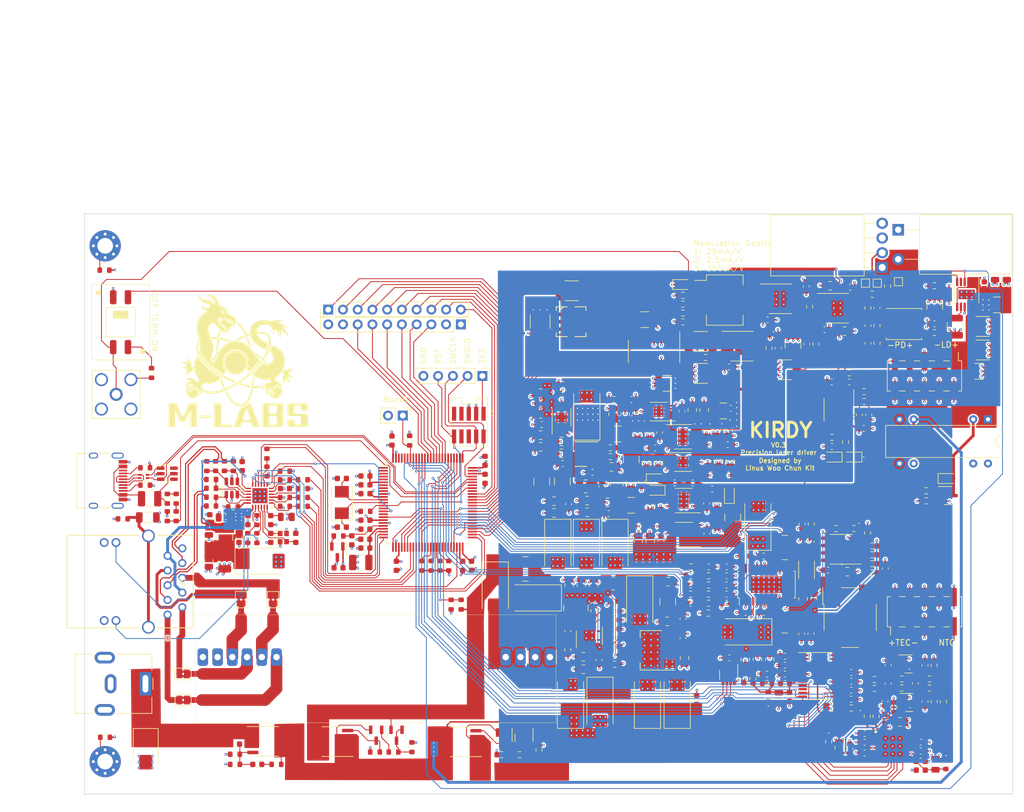
<source format=kicad_pcb>
(kicad_pcb (version 20221018) (generator pcbnew)

  (general
    (thickness 1.6)
  )

  (paper "A4")
  (layers
    (0 "F.Cu" jumper)
    (1 "In1.Cu" signal)
    (2 "In2.Cu" signal)
    (31 "B.Cu" signal)
    (32 "B.Adhes" user "B.Adhesive")
    (33 "F.Adhes" user "F.Adhesive")
    (34 "B.Paste" user)
    (35 "F.Paste" user)
    (36 "B.SilkS" user "B.Silkscreen")
    (37 "F.SilkS" user "F.Silkscreen")
    (38 "B.Mask" user)
    (39 "F.Mask" user)
    (40 "Dwgs.User" user "User.Drawings")
    (41 "Cmts.User" user "User.Comments")
    (42 "Eco1.User" user "User.Eco1")
    (43 "Eco2.User" user "User.Eco2")
    (44 "Edge.Cuts" user)
    (45 "Margin" user)
    (46 "B.CrtYd" user "B.Courtyard")
    (47 "F.CrtYd" user "F.Courtyard")
    (48 "B.Fab" user)
    (49 "F.Fab" user)
    (50 "User.1" user)
    (51 "User.2" user)
    (52 "User.3" user)
    (53 "User.4" user)
    (54 "User.5" user)
    (55 "User.6" user)
    (56 "User.7" user)
    (57 "User.8" user)
    (58 "User.9" user)
  )

  (setup
    (stackup
      (layer "F.SilkS" (type "Top Silk Screen"))
      (layer "F.Paste" (type "Top Solder Paste"))
      (layer "F.Mask" (type "Top Solder Mask") (thickness 0.01))
      (layer "F.Cu" (type "copper") (thickness 0.035))
      (layer "dielectric 1" (type "core") (thickness 0.48) (material "FR4") (epsilon_r 4.5) (loss_tangent 0.02))
      (layer "In1.Cu" (type "copper") (thickness 0.035))
      (layer "dielectric 2" (type "prepreg") (thickness 0.48) (material "FR4") (epsilon_r 4.5) (loss_tangent 0.02))
      (layer "In2.Cu" (type "copper") (thickness 0.035))
      (layer "dielectric 3" (type "core") (thickness 0.48) (material "FR4") (epsilon_r 4.5) (loss_tangent 0.02))
      (layer "B.Cu" (type "copper") (thickness 0.035))
      (layer "B.Mask" (type "Bottom Solder Mask") (thickness 0.01))
      (layer "B.Paste" (type "Bottom Solder Paste"))
      (layer "B.SilkS" (type "Bottom Silk Screen"))
      (copper_finish "ENIG")
      (dielectric_constraints no)
    )
    (pad_to_mask_clearance 0)
    (pcbplotparams
      (layerselection 0x00010fc_ffffffff)
      (plot_on_all_layers_selection 0x0000000_00000000)
      (disableapertmacros false)
      (usegerberextensions true)
      (usegerberattributes false)
      (usegerberadvancedattributes false)
      (creategerberjobfile true)
      (dashed_line_dash_ratio 12.000000)
      (dashed_line_gap_ratio 3.000000)
      (svgprecision 6)
      (plotframeref false)
      (viasonmask false)
      (mode 1)
      (useauxorigin false)
      (hpglpennumber 1)
      (hpglpenspeed 20)
      (hpglpendiameter 15.000000)
      (dxfpolygonmode true)
      (dxfimperialunits true)
      (dxfusepcbnewfont true)
      (psnegative false)
      (psa4output false)
      (plotreference false)
      (plotvalue false)
      (plotinvisibletext false)
      (sketchpadsonfab false)
      (subtractmaskfromsilk true)
      (outputformat 1)
      (mirror false)
      (drillshape 0)
      (scaleselection 1)
      (outputdirectory "gerbers")
    )
  )

  (net 0 "")
  (net 1 "+5VA")
  (net 2 "GND")
  (net 3 "Net-(U1-VOUT_F)")
  (net 4 "Net-(U4--)")
  (net 5 "Net-(U2-OUT)")
  (net 6 "Net-(U4-+)")
  (net 7 "+9VA")
  (net 8 "-6V")
  (net 9 "+15V")
  (net 10 "Net-(U6-+)")
  (net 11 "Net-(C13-Pad2)")
  (net 12 "/MCU/PD_MON")
  (net 13 "Net-(C18-Pad2)")
  (net 14 "Net-(C18-Pad1)")
  (net 15 "Net-(U5B-+)")
  (net 16 "+3V3")
  (net 17 "Net-(U6--)")
  (net 18 "Net-(Q2-G)")
  (net 19 "/MCU/VREF")
  (net 20 "+12V")
  (net 21 "Net-(C25-Pad2)")
  (net 22 "Net-(C26-Pad2)")
  (net 23 "Net-(C26-Pad1)")
  (net 24 "Net-(C27-Pad1)")
  (net 25 "/driveStage/PD_C")
  (net 26 "Net-(C28-Pad1)")
  (net 27 "-9V")
  (net 28 "IN")
  (net 29 "Net-(U8-VCAP_1)")
  (net 30 "Net-(U8-VCAP_2)")
  (net 31 "Net-(C52-Pad1)")
  (net 32 "Net-(U8-PH0)")
  (net 33 "Net-(U8-PH1)")
  (net 34 "/MCU/VDDA")
  (net 35 "Net-(D6-K)")
  (net 36 "Net-(D5-A)")
  (net 37 "Net-(U9-C+)")
  (net 38 "Net-(D5-K)")
  (net 39 "Net-(C57-Pad1)")
  (net 40 "+9V")
  (net 41 "+8V")
  (net 42 "+3.3VA")
  (net 43 "/thermostat/DAC_REF")
  (net 44 "Net-(U9-C-)")
  (net 45 "Net-(D7-A)")
  (net 46 "Net-(U16-PGFB)")
  (net 47 "/thermostat/MAXV")
  (net 48 "/thermostat/MAXIP")
  (net 49 "/thermostat/MAXIN")
  (net 50 "Net-(U11-EN{slash}UV)")
  (net 51 "Net-(U12-EN{slash}UV)")
  (net 52 "Net-(U13-EN{slash}UV)")
  (net 53 "/MCU/TEC_ISEN")
  (net 54 "Net-(U15-EN{slash}UV)")
  (net 55 "/MCU/TEC_VREF")
  (net 56 "Net-(U14-EN{slash}UV)")
  (net 57 "Net-(U11-SET)")
  (net 58 "Net-(U16-SET)")
  (net 59 "+5V")
  (net 60 "Net-(U12-SET)")
  (net 61 "Net-(U13-SET)")
  (net 62 "Net-(U14-SET)")
  (net 63 "Net-(U15-SET)")
  (net 64 "Net-(U19-REGCAPD)")
  (net 65 "Net-(U18-REGCAPD)")
  (net 66 "Net-(U21-CTLI)")
  (net 67 "Net-(U18-REFOUT)")
  (net 68 "Net-(U18-REGCAPA)")
  (net 69 "Net-(U19-REGCAPA)")
  (net 70 "Net-(U21-COMP)")
  (net 71 "Net-(U21-CS)")
  (net 72 "Net-(U21-OS2)")
  (net 73 "/Ehternet/AVDDT_PHY")
  (net 74 "/Ehternet/ETH_SHIELD")
  (net 75 "Net-(U23-VIN)")
  (net 76 "Net-(U23-SS{slash}TR)")
  (net 77 "/MCU/RST")
  (net 78 "Net-(FB12-Pad1)")
  (net 79 "/thermostat/TEC+")
  (net 80 "/thermostat/TEC-")
  (net 81 "Net-(U23-BOOT)")
  (net 82 "/MCU/USB_DP")
  (net 83 "/MCU/USB_DN")
  (net 84 "/MCU/SWDIO")
  (net 85 "/MCU/SWCLK")
  (net 86 "Net-(U23-COMP)")
  (net 87 "Net-(Q3-E)")
  (net 88 "Net-(D10-A1)")
  (net 89 "Net-(Q4-G)")
  (net 90 "Net-(U24-VI)")
  (net 91 "Net-(U26-XTAL2)")
  (net 92 "Net-(U26-XTAL1)")
  (net 93 "Net-(U26-VDDCR)")
  (net 94 "Net-(D1-A2)")
  (net 95 "/driveStage/LD-")
  (net 96 "/thermostat/NTC+")
  (net 97 "/thermostat/NTC-")
  (net 98 "Net-(D4-A)")
  (net 99 "Net-(U27-VBUS)")
  (net 100 "Net-(L3-Pad1)")
  (net 101 "Net-(U21-OS1)")
  (net 102 "Net-(FL2-Pad4)")
  (net 103 "Net-(FL2-Pad1)")
  (net 104 "Net-(J4-Pin_8)")
  (net 105 "Net-(J4-Pin_7)")
  (net 106 "Net-(J4-Pin_6)")
  (net 107 "Net-(J4-Pin_5)")
  (net 108 "Net-(J4-Pin_4)")
  (net 109 "Net-(J4-Pin_3)")
  (net 110 "Net-(J5-Pin_10)")
  (net 111 "Net-(J5-Pin_9)")
  (net 112 "Net-(J5-Pin_8)")
  (net 113 "Net-(J5-Pin_7)")
  (net 114 "Net-(J5-Pin_6)")
  (net 115 "Net-(J5-Pin_5)")
  (net 116 "Net-(J5-Pin_4)")
  (net 117 "Net-(J5-Pin_3)")
  (net 118 "Net-(J5-Pin_2)")
  (net 119 "Net-(J5-Pin_1)")
  (net 120 "unconnected-(J6-Pin_6-Pad6)")
  (net 121 "/MCU/PWM_MAXV")
  (net 122 "/MCU/PWM_MAXIP")
  (net 123 "/MCU/PWM_MAXIN")
  (net 124 "unconnected-(J6-Pin_7-Pad7)")
  (net 125 "unconnected-(J6-Pin_8-Pad8)")
  (net 126 "unconnected-(J6-Pin_9-Pad9)")
  (net 127 "/MCU/TEC_VSEN")
  (net 128 "/Ehternet/POE_VC2-")
  (net 129 "/Ehternet/POE_VC1-")
  (net 130 "/MCU/POE_PWR_SRC")
  (net 131 "/Ehternet/RMII_RXD0")
  (net 132 "/Ehternet/POE_VC2+")
  (net 133 "/Ehternet/RMII_RXD1")
  (net 134 "/Ehternet/POE_VC1+")
  (net 135 "/Ehternet/RMII_CRS_DV")
  (net 136 "/Ehternet/RMII_REF_CLK")
  (net 137 "/Ehternet/RMII_MDIO")
  (net 138 "Net-(J9-Pad11)")
  (net 139 "/Ehternet/ETH_LED_1")
  (net 140 "Net-(J9-Pad13)")
  (net 141 "/Ehternet/PHY_TD_P")
  (net 142 "/Ehternet/PHY_TD_N")
  (net 143 "/Ehternet/PHY_RD_P")
  (net 144 "/Ehternet/PHY_RD_N")
  (net 145 "/Ehternet/ETH_LED_2")
  (net 146 "unconnected-(J10-SBU2-PadB8)")
  (net 147 "Net-(J10-CC2)")
  (net 148 "/MCU/USB_VBUS")
  (net 149 "/MCU/LDAC_LOAD")
  (net 150 "/MCU/LDAC_CLK")
  (net 151 "/MCU/LDAC_MOSI")
  (net 152 "/MCU/LDAC_CS")
  (net 153 "/MCU/TADC_SYNC")
  (net 154 "/MCU/TADC_MISO")
  (net 155 "/MCU/TDAC_MOSI")
  (net 156 "/MCU/TADC_CLK")
  (net 157 "/MCU/TDAC_CLK")
  (net 158 "/MCU/TADC_CS")
  (net 159 "/MCU/TDAC_SYNC")
  (net 160 "/MCU/TADC_MOSI")
  (net 161 "unconnected-(J10-SBU1-PadA8)")
  (net 162 "Net-(J10-CC1)")
  (net 163 "Net-(JP1-A)")
  (net 164 "Net-(JP2-B)")
  (net 165 "Net-(JP3-B)")
  (net 166 "Net-(JP4-B)")
  (net 167 "Net-(JP5-B)")
  (net 168 "Net-(L4-Pad1)")
  (net 169 "Net-(Q9-E)")
  (net 170 "Net-(Q1-G)")
  (net 171 "Net-(Q2-S-Pad1)")
  (net 172 "Net-(Q3-B)")
  (net 173 "Net-(Q5-G)")
  (net 174 "/Ehternet/RMII_MDC")
  (net 175 "/Ehternet/PHY_NRST")
  (net 176 "Net-(Q6-B)")
  (net 177 "Net-(Q7-B)")
  (net 178 "Net-(Q8-G)")
  (net 179 "Net-(Q9-B)")
  (net 180 "Net-(R3-Pad2)")
  (net 181 "/Ehternet/RMII_TX_EN")
  (net 182 "/Ehternet/RMII_TXD0")
  (net 183 "/Ehternet/RMII_TXD1")
  (net 184 "Net-(R5-Pad2)")
  (net 185 "Net-(U3--)")
  (net 186 "Net-(U5B--)")
  (net 187 "Net-(U7-OUT)")
  (net 188 "Net-(U8-PE8)")
  (net 189 "Net-(U8-PE9)")
  (net 190 "Net-(U8-PE10)")
  (net 191 "Net-(U8-PE11)")
  (net 192 "Net-(U16-ILIM)")
  (net 193 "Net-(U10-SET)")
  (net 194 "Net-(U17-VFB)")
  (net 195 "Net-(U20B--)")
  (net 196 "Net-(U18-AIN0)")
  (net 197 "Net-(U18-AIN1)")
  (net 198 "Net-(U19-AIN0{slash}REF2-)")
  (net 199 "Net-(U19-AIN1{slash}REF2+)")
  (net 200 "unconnected-(K1-Pad14)")
  (net 201 "Net-(U20A-+)")
  (net 202 "Net-(U20A--)")
  (net 203 "Net-(U23-EN)")
  (net 204 "Net-(U23-RT{slash}CLK)")
  (net 205 "Net-(U23-VSENSE)")
  (net 206 "Net-(U26-RXD0)")
  (net 207 "Net-(U26-RXD1)")
  (net 208 "Net-(U26-CRS_DV)")
  (net 209 "Net-(U26-nINT)")
  (net 210 "Net-(U26-RXER)")
  (net 211 "Net-(U26-RBIAS)")
  (net 212 "Net-(U3-+)")
  (net 213 "Net-(U1-VOUT_S)")
  (net 214 "unconnected-(U2-INV-Pad13)")
  (net 215 "unconnected-(U2-NC-Pad9)")
  (net 216 "unconnected-(U2-RFB-Pad1)")
  (net 217 "unconnected-(U8-PE1-Pad98)")
  (net 218 "unconnected-(U8-PE0-Pad97)")
  (net 219 "unconnected-(U8-PB9-Pad96)")
  (net 220 "unconnected-(U8-PA10-Pad69)")
  (net 221 "unconnected-(U8-PA8-Pad67)")
  (net 222 "unconnected-(U8-PE15-Pad46)")
  (net 223 "unconnected-(U8-PE14-Pad45)")
  (net 224 "/MCU/LD_EN")
  (net 225 "unconnected-(U8-PE13-Pad44)")
  (net 226 "unconnected-(U8-PE12-Pad43)")
  (net 227 "unconnected-(U8-PE7-Pad38)")
  (net 228 "unconnected-(U8-PB2-Pad37)")
  (net 229 "/MCU/TEC_~{SHDN}")
  (net 230 "Net-(H1-Pad1)")
  (net 231 "Net-(H2-Pad1)")
  (net 232 "/MCU/~{LD_SHORT}")
  (net 233 "unconnected-(U8-PC2-Pad17)")
  (net 234 "unconnected-(U8-PC0-Pad15)")
  (net 235 "unconnected-(U8-PC15-Pad9)")
  (net 236 "unconnected-(U8-PC14-Pad8)")
  (net 237 "unconnected-(U8-PC13-Pad7)")
  (net 238 "unconnected-(U8-PE6-Pad5)")
  (net 239 "unconnected-(U8-PE5-Pad4)")
  (net 240 "unconnected-(U8-PE4-Pad3)")
  (net 241 "unconnected-(U8-PE3-Pad2)")
  (net 242 "unconnected-(U8-PE2-Pad1)")
  (net 243 "12Vin")
  (net 244 "unconnected-(U9-NC-Pad12)")
  (net 245 "unconnected-(U9-NC-Pad7)")
  (net 246 "unconnected-(U9-NC-Pad6)")
  (net 247 "unconnected-(U9-NC-Pad3)")
  (net 248 "unconnected-(U9-NC-Pad1)")
  (net 249 "unconnected-(U10-ILIM-Pad5)")
  (net 250 "unconnected-(U11-PG-Pad4)")
  (net 251 "unconnected-(U12-PG-Pad5)")
  (net 252 "unconnected-(U13-PG-Pad4)")
  (net 253 "unconnected-(U14-VIOC-Pad7)")
  (net 254 "unconnected-(U14-PG-Pad4)")
  (net 255 "unconnected-(U15-PG-Pad4)")
  (net 256 "unconnected-(U16-PG-Pad5)")
  (net 257 "unconnected-(U18-GPIO1-Pad20)")
  (net 258 "unconnected-(U18-GPIO0-Pad19)")
  (net 259 "unconnected-(U18-XTAL2{slash}CLKIO-Pad10)")
  (net 260 "unconnected-(U18-XTAL1-Pad9)")
  (net 261 "unconnected-(U19-DNC-Pad3)")
  (net 262 "unconnected-(U19-PDSW-Pad8)")
  (net 263 "unconnected-(U19-XTAL1-Pad9)")
  (net 264 "unconnected-(U19-XTAL2{slash}CLKIO-Pad10)")
  (net 265 "unconnected-(U19-~{ERROR}-Pad15)")
  (net 266 "unconnected-(U19-GPIO0-Pad20)")
  (net 267 "unconnected-(U19-GPIO1-Pad21)")
  (net 268 "unconnected-(U19-GPIO2-Pad22)")
  (net 269 "unconnected-(U19-AIN2-Pad23)")
  (net 270 "unconnected-(U19-AIN3-Pad24)")
  (net 271 "unconnected-(U19-AIN4-Pad25)")
  (net 272 "unconnected-(U19-AIN5-Pad26)")
  (net 273 "unconnected-(U19-AIN6-Pad27)")
  (net 274 "unconnected-(U19-AIN7-Pad28)")
  (net 275 "unconnected-(U19-AIN8-Pad29)")
  (net 276 "unconnected-(U19-GPO3-Pad30)")
  (net 277 "Net-(U20B-+)")
  (net 278 "unconnected-(U22-NC-Pad2)")
  (net 279 "unconnected-(U22-NC-Pad1)")
  (net 280 "unconnected-(U23-PWRGD-Pad14)")
  (net 281 "unconnected-(U27-I{slash}O4-Pad6)")
  (net 282 "unconnected-(U27-I{slash}O3-Pad4)")
  (net 283 "/Ehternet/RJ45_RD_N")
  (net 284 "/Ehternet/RJ45_RD_P")
  (net 285 "/Ehternet/RJ45_TD_N")
  (net 286 "/Ehternet/RJ45_TD_P")
  (net 287 "/thermostat/ADC1_REF")
  (net 288 "/thermostat/ADC1_A3V3")
  (net 289 "/thermostat/ADC1_D3V3")
  (net 290 "/thermostat/ADC2_D3V3")
  (net 291 "/thermostat/ADC2_A3V3")
  (net 292 "/thermostat/ADC2_REF")
  (net 293 "Net-(C124-Pad1)")
  (net 294 "Net-(C125-Pad1)")
  (net 295 "Net-(C126-Pad1)")
  (net 296 "Net-(C156-Pad2)")
  (net 297 "Net-(C157-Pad2)")
  (net 298 "Net-(C166-Pad2)")
  (net 299 "Net-(C167-Pad2)")
  (net 300 "Net-(C177-Pad2)")
  (net 301 "Net-(C178-Pad1)")
  (net 302 "Net-(C179-Pad1)")
  (net 303 "Net-(C187-Pad2)")
  (net 304 "Net-(C188-Pad1)")
  (net 305 "Net-(C208-Pad1)")
  (net 306 "Net-(R8-Pad2)")
  (net 307 "Net-(R23-Pad2)")
  (net 308 "unconnected-(R25-Pad3)")
  (net 309 "Net-(R35-Pad2)")
  (net 310 "Net-(R66-Pad2)")
  (net 311 "Net-(R121-Pad2)")
  (net 312 "Net-(R122-Pad1)")
  (net 313 "unconnected-(J4-Pin_9-Pad9)")
  (net 314 "/MCU/TERM_STAT")

  (footprint "Resistor_SMD:R_0603_1608Metric" (layer "F.Cu") (at 34.544 45.8338 180))

  (footprint "Resistor_SMD:R_0603_1608Metric" (layer "F.Cu") (at 56.4334 91.9319 90))

  (footprint "Capacitor_SMD:C_0603_1608Metric" (layer "F.Cu") (at 34.544 47.3578))

  (footprint "Capacitor_SMD:C_0603_1608Metric" (layer "F.Cu") (at 138.5316 80.9498 90))

  (footprint "Package_TO_SOT_SMD:SOT-23" (layer "F.Cu") (at 50.2782 89.8694 -90))

  (footprint "Capacitor_SMD:C_0805_2012Metric" (layer "F.Cu") (at 103.4288 76.5556 -90))

  (footprint "Inductor_SMD:L_1210_3225Metric" (layer "F.Cu") (at 47.617 60.0964))

  (footprint "Capacitor_SMD:C_0603_1608Metric" (layer "F.Cu") (at 104.4956 63.9706 180))

  (footprint "Capacitor_SMD:C_0603_1608Metric" (layer "F.Cu") (at 78.8126 36.3114 180))

  (footprint "Capacitor_SMD:C_0603_1608Metric" (layer "F.Cu") (at 138.0236 61.1124 90))

  (footprint "Package_QFP:LQFP-100_14x14mm_P0.5mm" (layer "F.Cu") (at 59.182 49.7798))

  (footprint "Capacitor_SMD:C_0603_1608Metric" (layer "F.Cu") (at 104.4956 67.1332 180))

  (footprint "Resistor_SMD:R_0603_1608Metric" (layer "F.Cu") (at 33.0855 94.896))

  (footprint "Resistor_SMD:R_0603_1608Metric" (layer "F.Cu") (at 37.6308 47.3578 180))

  (footprint "Inductor_SMD:L_1008_2520Metric" (layer "F.Cu") (at 91.7448 46.6344 -90))

  (footprint "Capacitor_SMD:C_0603_1608Metric" (layer "F.Cu") (at 110.6875 60.8397))

  (footprint "Capacitor_SMD:C_0805_2012Metric" (layer "F.Cu") (at 94.1832 46.3922 -90))

  (footprint "Resistor_SMD:R_0603_1608Metric" (layer "F.Cu") (at 115.239 80.0856 -90))

  (footprint "Resistor_SMD:R_0603_1608Metric" (layer "F.Cu") (at 37.6308 45.8338 180))

  (footprint "Resistor_SMD:R_0603_1608Metric" (layer "F.Cu") (at 132.1684 85.191))

  (footprint "Resistor_SMD:R_0603_1608Metric" (layer "F.Cu") (at 104.4956 62.3984))

  (footprint "Resistor_SMD:R_0603_1608Metric" (layer "F.Cu") (at 78.35 92.4 90))

  (footprint "Capacitor_SMD:C_0603_1608Metric" (layer "F.Cu") (at 135.0256 22.3134 -90))

  (footprint "Capacitor_SMD:C_0603_1608Metric" (layer "F.Cu") (at 99.3394 50.1786 90))

  (footprint "Diode_SMD:D_SMB" (layer "F.Cu") (at 10.5615 92.364 -90))

  (footprint "Capacitor_SMD:C_0603_1608Metric" (layer "F.Cu") (at 78.8126 32.7046 180))

  (footprint "Resistor_SMD:R_0603_1608Metric" (layer "F.Cu") (at 21.844 50.355))

  (footprint "Resistor_SMD:R_0603_1608Metric" (layer "F.Cu") (at 145.0848 47.7352))

  (footprint "Capacitor_SMD:C_0805_2012Metric" (layer "F.Cu") (at 82.2198 41.2662 180))

  (footprint "Package_SO:SOIC-8-1EP_3.9x4.9mm_P1.27mm_EP2.29x3mm" (layer "F.Cu") (at 119.9378 14.6424))

  (footprint "Capacitor_SMD:C_0805_2012Metric" (layer "F.Cu") (at 86.0044 76.3524 180))

  (footprint "Package_TO_SOT_SMD:SOT-23-6" (layer "F.Cu") (at 25.4 47.2562 90))

  (footprint "Connector_BarrelJack:BarrelJack_CUI_PJ-063AH_Horizontal" (layer "F.Cu") (at 10.5 81 -90))

  (footprint "Capacitor_SMD:C_1812_4532Metric" (layer "F.Cu") (at 154.813 23.4696))

  (footprint "Resistor_SMD:R_0603_1608Metric" (layer "F.Cu") (at 136.144 81.788))

  (footprint "Capacitor_SMD:C_0603_1608Metric" (layer "F.Cu") (at 144.137 91.059))

  (footprint "Resistor_SMD:R_0603_1608Metric" (layer "F.Cu") (at 104.5423 60.8397))

  (footprint "Resistor_SMD:R_0603_1608Metric" (layer "F.Cu") (at 148.463 94.869 90))

  (footprint "Resistor_SMD:R_0603_1608Metric" (layer "F.Cu") (at 107.823 39.7994))

  (footprint "Package_TO_SOT_THT:TO-220F-4_Horizontal_TabDown" (layer "F.Cu") (at 137.5 9.25 90))

  (footprint "Capacitor_SMD:C_0603_1608Metric" (layer "F.Cu") (at 117.6528 79.3496 180))

  (footprint "Capacitor_SMD:C_0603_1608Metric" (layer "F.Cu") (at 99.1108 37.6936 -90))

  (footprint "Capacitor_SMD:C_0603_1608Metric" (layer "F.Cu")
    (tstamp 18b8fa11-6bc8-4019-aac3-0eea023d7ea8)
    (at 113.652 80.0602 -90)
    (descr "Capacitor SMD 0603 (1608 Metric), square (rectangular) end terminal, IPC_7351 nominal, (Body size source: IPC-SM-782 page 76, https://www.pcb-3d.com/wordpress/wp-content/uploads/ipc-sm-782a_amendment_1_and_2.pdf), generated with kicad-footprint-generator")
    (tags "capacitor")
    (property "MFR_PN" "CL10B104KB8NNWC")
    (property "MFR_PN_ALT" "CL10B104KB8NNNL")
    (property "Sheetfile" "thermostat.kicad_sch")
    (property "Sheetname" "thermostat")
    (property "ki_description" "Unpolarized capacitor")
    (property "ki_keywords" "cap capacitor")
    (path "/bda728c0-b189-4e05-8d4f-58a38acf883b/d924e105-c32c-494b-9c01-fb97e5dab91b")
    (attr smd)
    (fp_text reference "C117" (at 0 -1.43 90) (layer "F.SilkS") hide
        (effects (font (size 1 1) (thickness 0.15)))
      (tstamp f9ad1429-39d7-47ea-ada8-5393828a2889)
    )
    (fp_text value "100n" (at 0 1.43 90) (layer "F.Fab")
        (effects (font (size 1 1) (thickness 0.15)))
      (tstamp 8511fbd7-9a6d-4704-946e-99a01089ef2e)
    )
    (fp_text user "${REFERENCE}" (at 0 0 90) (layer "F.Fab")
        (effects (font (size 0.4 0.4) (thickness 0.06)))
      (tstamp c324be00-810c-4b73-bd6d-aca1e4198d27)
    )
    (fp_line (start -0.14058 -0.51) (end 0.14058 -0.51)
      (stroke (width 0.12) (type solid)) (layer "F.SilkS") (tstamp 9b913c31-919e-482b-8fc3-de2474e98775))
    (fp_line (start -0.14058 0.51) (end 0.14058 0.51)
      (stroke (width 0.12) (type solid)) (layer "F.SilkS") (tstamp bffab35a-5e9b-42c4-869d-78ce07d9be2e))
    (fp_line (start -1.48 -0.73) (end 1.48 -0.73)
      (stroke (width 0.05) (type solid)) (layer "F.CrtYd") (tstamp 3c02d922-1ad3-4000-ac9a-976d3c74b0fe))
    (fp_line (start -1.48 0.73) (end -1.48 -0.73)
      (stroke (width 0.05) (type solid)) (layer "F.CrtYd") (tstamp 08eaee24-44e8-4397-8664-3e26a7eefea6))
    (fp_line (start 1.48 -0.73) (end 1.48 0.73)
      (stroke (width 0.05) (type solid)) (layer "F.CrtYd") (tstamp c1035e45-9226-4bec-9cc4-77114eb93383))
    (fp_line (start 1.48 0.73) (end -1.48 0.73)
      (stroke (width 0.05) (type solid)) (layer "F.CrtYd") (tstamp 5cf57a08-cf5a-45c3-b532-b5703819923d))
    (fp_line (start -0.8 -0.4) (end 0.8 -0.4)
      (stroke (width 0.1) (type solid)) (layer "F.Fab") (tstamp 5d825777-9712-4a76-9724-4eb7a337560d))
    (fp_line (start -0.8 0.4) (end -0.8 -0.4)
      (stroke (width 0.1) (type solid)) (layer "F.Fab") (tstamp a4af2e1e-c8f5-48a4-8e64-cd97732269a6))
    (fp_line (start 0.8 -0.4) (end 0.8 0.4)
      (stroke (width 0.1) (type solid)) (layer "F.Fab") (tstamp e1507178-cacb-42b3-8011-07e8ff0daed7))
    (fp_line (start 0.8 0.4) (end -0.8 0.4)
      (stroke (width 0.1) (type solid)) (layer "F.Fab") (tstamp 37c5b365-2faf-454f-8884-8cad7e9d51b0))
    (pad "1" smd roundrect (at -0.775 0 270) (size 0.9 0.95) (layers "F.Cu" "F.Paste" "F.Mask") (roundrect_rratio 0.25)
      (net 43 "/thermostat/DA
... [4779583 chars truncated]
</source>
